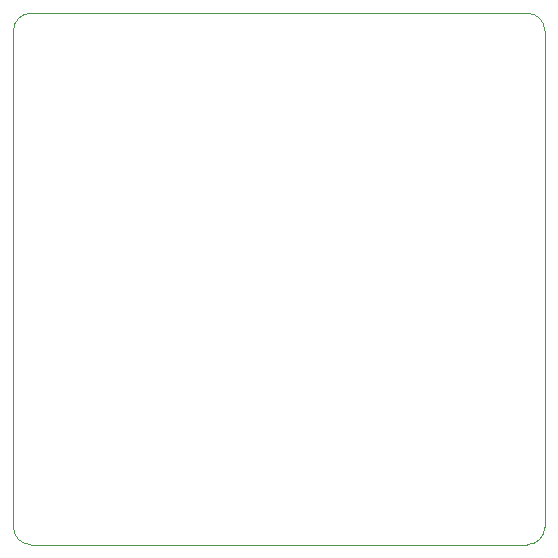
<source format=gm1>
G04 #@! TF.FileFunction,Profile,NP*
%FSLAX46Y46*%
G04 Gerber Fmt 4.6, Leading zero omitted, Abs format (unit mm)*
G04 Created by KiCad (PCBNEW 4.0.4-stable) date Monday, August 28, 2017 'PMt' 10:13:35 PM*
%MOMM*%
%LPD*%
G01*
G04 APERTURE LIST*
%ADD10C,0.100000*%
%ADD11C,0.010000*%
G04 APERTURE END LIST*
D10*
D11*
X77500000Y-121000000D02*
G75*
G03X79000000Y-122500000I1500000J0D01*
G01*
X121000000Y-122500000D02*
G75*
G03X122500000Y-121000000I0J1500000D01*
G01*
X79000000Y-77500000D02*
G75*
G03X77502618Y-78999998I2618J-1499998D01*
G01*
X122500000Y-79000000D02*
G75*
G03X121000000Y-77500000I-1500000J0D01*
G01*
X77500000Y-79000000D02*
X77500000Y-121000000D01*
X79000000Y-122500000D02*
X121000000Y-122500000D01*
X122500000Y-79000000D02*
X122500000Y-121000000D01*
X79000000Y-77500000D02*
X121000000Y-77500000D01*
M02*

</source>
